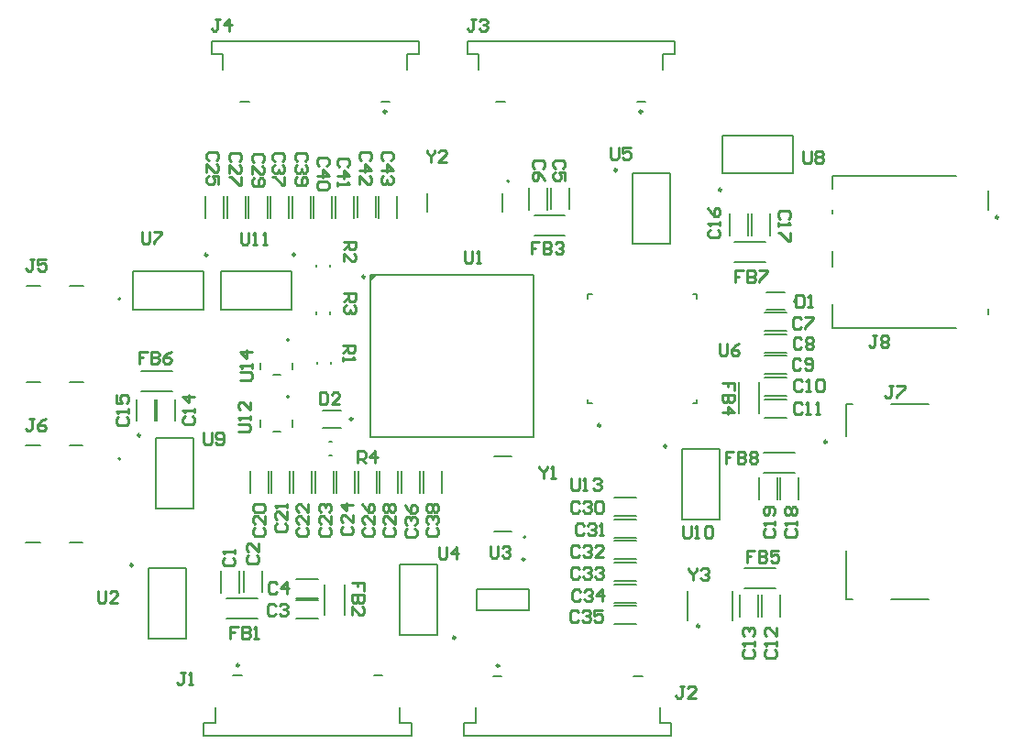
<source format=gbr>
%TF.GenerationSoftware,Altium Limited,Altium Designer,23.4.1 (23)*%
G04 Layer_Color=65535*
%FSLAX45Y45*%
%MOMM*%
%TF.SameCoordinates,C80D94D6-ACD9-4930-820E-424AA932BAC3*%
%TF.FilePolarity,Positive*%
%TF.FileFunction,Legend,Top*%
%TF.Part,Single*%
G01*
G75*
%TA.AperFunction,NonConductor*%
%ADD58C,0.25400*%
%ADD59C,0.20000*%
%ADD60C,0.25000*%
%ADD61C,0.10000*%
%ADD62C,0.12700*%
G36*
X12091612Y8890000D02*
X12040000Y8838388D01*
Y8890000D01*
X12091612D01*
D02*
G37*
D58*
X14978380Y6183104D02*
Y6164777D01*
X15015034Y6128122D01*
X15051691Y6164777D01*
Y6183104D01*
X15015034Y6128122D02*
Y6073140D01*
X15088344Y6164777D02*
X15106673Y6183104D01*
X15143327D01*
X15161655Y6164777D01*
Y6146450D01*
X15143327Y6128122D01*
X15124998D01*
X15143327D01*
X15161655Y6109795D01*
Y6091467D01*
X15143327Y6073140D01*
X15106673D01*
X15088344Y6091467D01*
X12557760Y10043904D02*
Y10025577D01*
X12594415Y9988922D01*
X12631070Y10025577D01*
Y10043904D01*
X12594415Y9988922D02*
Y9933940D01*
X12741034D02*
X12667724D01*
X12741034Y10007250D01*
Y10025577D01*
X12722707Y10043904D01*
X12686052D01*
X12667724Y10025577D01*
X13596690Y7124982D02*
Y7106655D01*
X13633345Y7070000D01*
X13670000Y7106655D01*
Y7124982D01*
X13633345Y7070000D02*
Y7015018D01*
X13706654D02*
X13743311D01*
X13724982D01*
Y7124982D01*
X13706654Y7106655D01*
X10835018Y7922544D02*
X10926655D01*
X10944982Y7940872D01*
Y7977527D01*
X10926655Y7995854D01*
X10835018D01*
X10944982Y8032509D02*
Y8069163D01*
Y8050836D01*
X10835018D01*
X10853345Y8032509D01*
X10944982Y8179128D02*
X10835018D01*
X10890000Y8124146D01*
Y8197456D01*
X13892545Y7014982D02*
Y6923345D01*
X13910872Y6905018D01*
X13947527D01*
X13965854Y6923345D01*
Y7014982D01*
X14002509Y6905018D02*
X14039163D01*
X14020836D01*
Y7014982D01*
X14002509Y6996655D01*
X14094147D02*
X14112473Y7014982D01*
X14149129D01*
X14167456Y6996655D01*
Y6978327D01*
X14149129Y6960000D01*
X14130801D01*
X14149129D01*
X14167456Y6941672D01*
Y6923345D01*
X14149129Y6905018D01*
X14112473D01*
X14094147Y6923345D01*
X10820017Y7442544D02*
X10911655D01*
X10929982Y7460872D01*
Y7497527D01*
X10911655Y7515854D01*
X10820017D01*
X10929982Y7552509D02*
Y7589163D01*
Y7570836D01*
X10820017D01*
X10838345Y7552509D01*
X10929982Y7717455D02*
Y7644146D01*
X10856672Y7717455D01*
X10838345D01*
X10820017Y7699128D01*
Y7662473D01*
X10838345Y7644146D01*
X10840872Y9284982D02*
Y9193345D01*
X10859199Y9175018D01*
X10895854D01*
X10914182Y9193345D01*
Y9284982D01*
X10950836Y9175018D02*
X10987491D01*
X10969164D01*
Y9284982D01*
X10950836Y9266655D01*
X11042473Y9175018D02*
X11079128D01*
X11060801D01*
Y9284982D01*
X11042473Y9266655D01*
X14923045Y6573983D02*
Y6482345D01*
X14941373Y6464018D01*
X14978027D01*
X14996355Y6482345D01*
Y6573983D01*
X15033009Y6464018D02*
X15069664D01*
X15051337D01*
Y6573983D01*
X15033009Y6555655D01*
X15124646D02*
X15142973Y6573983D01*
X15179630D01*
X15197955Y6555655D01*
Y6482345D01*
X15179630Y6464018D01*
X15142973D01*
X15124646Y6482345D01*
Y6555655D01*
X10498363Y7434982D02*
Y7343345D01*
X10516690Y7325018D01*
X10553345D01*
X10571673Y7343345D01*
Y7434982D01*
X10608328Y7343345D02*
X10626655Y7325018D01*
X10663310D01*
X10681637Y7343345D01*
Y7416655D01*
X10663310Y7434982D01*
X10626655D01*
X10608328Y7416655D01*
Y7398328D01*
X10626655Y7380000D01*
X10681637D01*
X16033563Y10037682D02*
Y9946045D01*
X16051891Y9927718D01*
X16088545D01*
X16106873Y9946045D01*
Y10037682D01*
X16143527Y10019355D02*
X16161855Y10037682D01*
X16198511D01*
X16216837Y10019355D01*
Y10001028D01*
X16198511Y9982700D01*
X16216837Y9964373D01*
Y9946045D01*
X16198511Y9927718D01*
X16161855D01*
X16143527Y9946045D01*
Y9964373D01*
X16161855Y9982700D01*
X16143527Y10001028D01*
Y10019355D01*
X16161855Y9982700D02*
X16198511D01*
X9925863Y9292482D02*
Y9200845D01*
X9944190Y9182518D01*
X9980845D01*
X9999173Y9200845D01*
Y9292482D01*
X10035827D02*
X10109137D01*
Y9274155D01*
X10035827Y9200845D01*
Y9182518D01*
X15260863Y8257482D02*
Y8165845D01*
X15279190Y8147518D01*
X15315845D01*
X15334174Y8165845D01*
Y8257482D01*
X15444138D02*
X15407481Y8239155D01*
X15370827Y8202500D01*
Y8165845D01*
X15389156Y8147518D01*
X15425810D01*
X15444138Y8165845D01*
Y8184173D01*
X15425810Y8202500D01*
X15370827D01*
X14254480Y10071844D02*
Y9980207D01*
X14272807Y9961880D01*
X14309462D01*
X14327789Y9980207D01*
Y10071844D01*
X14437753D02*
X14364444D01*
Y10016862D01*
X14401099Y10035190D01*
X14419427D01*
X14437753Y10016862D01*
Y9980207D01*
X14419427Y9961880D01*
X14382771D01*
X14364444Y9980207D01*
X12668363Y6374982D02*
Y6283345D01*
X12686690Y6265018D01*
X12723345D01*
X12741673Y6283345D01*
Y6374982D01*
X12833310Y6265018D02*
Y6374982D01*
X12778328Y6320000D01*
X12851637D01*
X13142963Y6389482D02*
Y6297845D01*
X13161290Y6279518D01*
X13197945D01*
X13216273Y6297845D01*
Y6389482D01*
X13252928Y6371155D02*
X13271255Y6389482D01*
X13307910D01*
X13326237Y6371155D01*
Y6352828D01*
X13307910Y6334500D01*
X13289581D01*
X13307910D01*
X13326237Y6316173D01*
Y6297845D01*
X13307910Y6279518D01*
X13271255D01*
X13252928Y6297845D01*
X9518363Y5972482D02*
Y5880845D01*
X9536690Y5862518D01*
X9573345D01*
X9591673Y5880845D01*
Y5972482D01*
X9701637Y5862518D02*
X9628327D01*
X9701637Y5935828D01*
Y5954155D01*
X9683310Y5972482D01*
X9646655D01*
X9628327Y5954155D01*
X12906689Y9114983D02*
Y9023345D01*
X12925018Y9005018D01*
X12961673D01*
X12980000Y9023345D01*
Y9114983D01*
X13016655Y9005018D02*
X13053310D01*
X13034982D01*
Y9114983D01*
X13016655Y9096655D01*
X11918363Y7155018D02*
Y7264982D01*
X11973345D01*
X11991673Y7246655D01*
Y7210000D01*
X11973345Y7191673D01*
X11918363D01*
X11955018D02*
X11991673Y7155018D01*
X12083310D02*
Y7264982D01*
X12028327Y7210000D01*
X12101637D01*
X11795018Y8721637D02*
X11904982D01*
Y8666654D01*
X11886655Y8648327D01*
X11850000D01*
X11831673Y8666654D01*
Y8721637D01*
Y8684982D02*
X11795018Y8648327D01*
X11886655Y8611672D02*
X11904982Y8593345D01*
Y8556690D01*
X11886655Y8538362D01*
X11868328D01*
X11850000Y8556690D01*
Y8575017D01*
Y8556690D01*
X11831673Y8538362D01*
X11813345D01*
X11795018Y8556690D01*
Y8593345D01*
X11813345Y8611672D01*
X11795018Y9201637D02*
X11904982D01*
Y9146655D01*
X11886655Y9128328D01*
X11850000D01*
X11831672Y9146655D01*
Y9201637D01*
Y9164983D02*
X11795018Y9128328D01*
Y9018363D02*
Y9091673D01*
X11868327Y9018363D01*
X11886655D01*
X11904982Y9036691D01*
Y9073346D01*
X11886655Y9091673D01*
X11785018Y8243310D02*
X11894982D01*
Y8188327D01*
X11876655Y8170000D01*
X11840000D01*
X11821672Y8188327D01*
Y8243310D01*
Y8206655D02*
X11785018Y8170000D01*
Y8133345D02*
Y8096690D01*
Y8115018D01*
X11894982D01*
X11876655Y8133345D01*
X16714172Y8332482D02*
X16677518D01*
X16695845D01*
Y8240845D01*
X16677518Y8222518D01*
X16659190D01*
X16640863Y8240845D01*
X16750829Y8314155D02*
X16769154Y8332482D01*
X16805811D01*
X16824136Y8314155D01*
Y8295828D01*
X16805811Y8277500D01*
X16824136Y8259173D01*
Y8240845D01*
X16805811Y8222518D01*
X16769154D01*
X16750829Y8240845D01*
Y8259173D01*
X16769154Y8277500D01*
X16750829Y8295828D01*
Y8314155D01*
X16769154Y8277500D02*
X16805811D01*
X16861673Y7864982D02*
X16825018D01*
X16843346D01*
Y7773345D01*
X16825018Y7755018D01*
X16806689D01*
X16788364Y7773345D01*
X16898328Y7864982D02*
X16971637D01*
Y7846655D01*
X16898328Y7773345D01*
Y7755018D01*
X8927750Y7562324D02*
X8891095D01*
X8909422D01*
Y7470687D01*
X8891095Y7452360D01*
X8872767D01*
X8854440Y7470687D01*
X9037714Y7562324D02*
X9001059Y7543997D01*
X8964404Y7507342D01*
Y7470687D01*
X8982732Y7452360D01*
X9019387D01*
X9037714Y7470687D01*
Y7489015D01*
X9019387Y7507342D01*
X8964404D01*
X8930290Y9040604D02*
X8893635D01*
X8911962D01*
Y8948967D01*
X8893635Y8930640D01*
X8875307D01*
X8856980Y8948967D01*
X9040254Y9040604D02*
X8966944D01*
Y8985622D01*
X9003599Y9003950D01*
X9021927D01*
X9040254Y8985622D01*
Y8948967D01*
X9021927Y8930640D01*
X8985272D01*
X8966944Y8948967D01*
X10644790Y11258024D02*
X10608135D01*
X10626462D01*
Y11166387D01*
X10608135Y11148060D01*
X10589807D01*
X10571480Y11166387D01*
X10736427Y11148060D02*
Y11258024D01*
X10681444Y11203042D01*
X10754754D01*
X13006990Y11258024D02*
X12970335D01*
X12988663D01*
Y11166387D01*
X12970335Y11148060D01*
X12952007D01*
X12933681Y11166387D01*
X13043645Y11239697D02*
X13061972Y11258024D01*
X13098627D01*
X13116954Y11239697D01*
Y11221370D01*
X13098627Y11203042D01*
X13080299D01*
X13098627D01*
X13116954Y11184715D01*
Y11166387D01*
X13098627Y11148060D01*
X13061972D01*
X13043645Y11166387D01*
X14931673Y5094982D02*
X14895016D01*
X14913345D01*
Y5003345D01*
X14895016Y4985018D01*
X14876691D01*
X14858363Y5003345D01*
X15041637Y4985018D02*
X14968327D01*
X15041637Y5058328D01*
Y5076655D01*
X15023309Y5094982D01*
X14986655D01*
X14968327Y5076655D01*
X10324800Y5217783D02*
X10288145D01*
X10306473D01*
Y5126145D01*
X10288145Y5107818D01*
X10269818D01*
X10251491Y5126145D01*
X10361455Y5107818D02*
X10398110D01*
X10379782D01*
Y5217783D01*
X10361455Y5199455D01*
X15391692Y7262482D02*
X15318381D01*
Y7207500D01*
X15355035D01*
X15318381D01*
Y7152518D01*
X15428345Y7262482D02*
Y7152518D01*
X15483328D01*
X15501656Y7170845D01*
Y7189173D01*
X15483328Y7207500D01*
X15428345D01*
X15483328D01*
X15501656Y7225828D01*
Y7244155D01*
X15483328Y7262482D01*
X15428345D01*
X15538310Y7244155D02*
X15556638Y7262482D01*
X15593292D01*
X15611620Y7244155D01*
Y7225828D01*
X15593292Y7207500D01*
X15611620Y7189173D01*
Y7170845D01*
X15593292Y7152518D01*
X15556638D01*
X15538310Y7170845D01*
Y7189173D01*
X15556638Y7207500D01*
X15538310Y7225828D01*
Y7244155D01*
X15556638Y7207500D02*
X15593292D01*
X15480389Y8932782D02*
X15407082D01*
Y8877800D01*
X15443735D01*
X15407082D01*
Y8822818D01*
X15517046Y8932782D02*
Y8822818D01*
X15572028D01*
X15590355Y8841145D01*
Y8859473D01*
X15572028Y8877800D01*
X15517046D01*
X15572028D01*
X15590355Y8896128D01*
Y8914455D01*
X15572028Y8932782D01*
X15517046D01*
X15627010D02*
X15700319D01*
Y8914455D01*
X15627010Y8841145D01*
Y8822818D01*
X9976690Y8184982D02*
X9903381D01*
Y8130000D01*
X9940035D01*
X9903381D01*
Y8075018D01*
X10013345Y8184982D02*
Y8075018D01*
X10068328D01*
X10086655Y8093345D01*
Y8111673D01*
X10068328Y8130000D01*
X10013345D01*
X10068328D01*
X10086655Y8148328D01*
Y8166655D01*
X10068328Y8184982D01*
X10013345D01*
X10196619D02*
X10159964Y8166655D01*
X10123310Y8130000D01*
Y8093345D01*
X10141637Y8075018D01*
X10178292D01*
X10196619Y8093345D01*
Y8111673D01*
X10178292Y8130000D01*
X10123310D01*
X15586690Y6344982D02*
X15513380D01*
Y6290000D01*
X15550035D01*
X15513380D01*
Y6235018D01*
X15623344Y6344982D02*
Y6235018D01*
X15678328D01*
X15696655Y6253345D01*
Y6271673D01*
X15678328Y6290000D01*
X15623344D01*
X15678328D01*
X15696655Y6308328D01*
Y6326655D01*
X15678328Y6344982D01*
X15623344D01*
X15806619D02*
X15733310D01*
Y6290000D01*
X15769965Y6308328D01*
X15788292D01*
X15806619Y6290000D01*
Y6253345D01*
X15788292Y6235018D01*
X15751637D01*
X15733310Y6253345D01*
X15394981Y7823309D02*
Y7896619D01*
X15339999D01*
Y7859964D01*
Y7896619D01*
X15285017D01*
X15394981Y7786654D02*
X15285017D01*
Y7731672D01*
X15303345Y7713345D01*
X15321674D01*
X15339999Y7731672D01*
Y7786654D01*
Y7731672D01*
X15358328Y7713345D01*
X15376656D01*
X15394981Y7731672D01*
Y7786654D01*
X15285017Y7621708D02*
X15394981D01*
X15339999Y7676690D01*
Y7603380D01*
X13599081Y9194982D02*
X13525774D01*
Y9140000D01*
X13562427D01*
X13525774D01*
Y9085018D01*
X13635738Y9194982D02*
Y9085018D01*
X13690720D01*
X13709047Y9103345D01*
Y9121673D01*
X13690720Y9140000D01*
X13635738D01*
X13690720D01*
X13709047Y9158328D01*
Y9176655D01*
X13690720Y9194982D01*
X13635738D01*
X13745702Y9176655D02*
X13764029Y9194982D01*
X13800684D01*
X13819011Y9176655D01*
Y9158328D01*
X13800684Y9140000D01*
X13782356D01*
X13800684D01*
X13819011Y9121673D01*
Y9103345D01*
X13800684Y9085018D01*
X13764029D01*
X13745702Y9103345D01*
X11974983Y5973309D02*
Y6046619D01*
X11920001D01*
Y6009964D01*
Y6046619D01*
X11865018D01*
X11974983Y5936655D02*
X11865018D01*
Y5881672D01*
X11883346Y5863345D01*
X11901673D01*
X11920001Y5881672D01*
Y5936655D01*
Y5881672D01*
X11938328Y5863345D01*
X11956655D01*
X11974983Y5881672D01*
Y5936655D01*
X11865018Y5753380D02*
Y5826690D01*
X11938328Y5753380D01*
X11956655D01*
X11974983Y5771708D01*
Y5808363D01*
X11956655Y5826690D01*
X10817410Y5644982D02*
X10744100D01*
Y5590000D01*
X10780755D01*
X10744100D01*
Y5535018D01*
X10854064Y5644982D02*
Y5535018D01*
X10909047D01*
X10927374Y5553345D01*
Y5571672D01*
X10909047Y5590000D01*
X10854064D01*
X10909047D01*
X10927374Y5608327D01*
Y5626655D01*
X10909047Y5644982D01*
X10854064D01*
X10964029Y5535018D02*
X11000684D01*
X10982356D01*
Y5644982D01*
X10964029Y5626655D01*
X11568363Y7804982D02*
Y7695018D01*
X11623345D01*
X11641673Y7713345D01*
Y7786655D01*
X11623345Y7804982D01*
X11568363D01*
X11751637Y7695018D02*
X11678327D01*
X11751637Y7768328D01*
Y7786655D01*
X11733310Y7804982D01*
X11696655D01*
X11678327Y7786655D01*
X15969189Y8704982D02*
Y8595018D01*
X16024173D01*
X16042500Y8613345D01*
Y8686655D01*
X16024173Y8704982D01*
X15969189D01*
X16079155Y8595018D02*
X16115810D01*
X16097482D01*
Y8704982D01*
X16079155Y8686655D01*
X12226655Y9953310D02*
X12244982Y9971637D01*
Y10008292D01*
X12226655Y10026619D01*
X12153345D01*
X12135018Y10008292D01*
Y9971637D01*
X12153345Y9953310D01*
X12135018Y9861672D02*
X12244982D01*
X12190000Y9916655D01*
Y9843345D01*
X12226655Y9806690D02*
X12244982Y9788363D01*
Y9751708D01*
X12226655Y9733381D01*
X12208328D01*
X12190000Y9751708D01*
Y9770036D01*
Y9751708D01*
X12171673Y9733381D01*
X12153345D01*
X12135018Y9751708D01*
Y9788363D01*
X12153345Y9806690D01*
X12026655Y9953310D02*
X12044983Y9971637D01*
Y10008292D01*
X12026655Y10026619D01*
X11953345D01*
X11935018Y10008292D01*
Y9971637D01*
X11953345Y9953310D01*
X11935018Y9861672D02*
X12044983D01*
X11990000Y9916655D01*
Y9843345D01*
X11935018Y9733381D02*
Y9806690D01*
X12008328Y9733381D01*
X12026655D01*
X12044983Y9751708D01*
Y9788363D01*
X12026655Y9806690D01*
X11826655Y9894981D02*
X11844982Y9913309D01*
Y9949964D01*
X11826655Y9968291D01*
X11753345D01*
X11735018Y9949964D01*
Y9913309D01*
X11753345Y9894981D01*
X11735018Y9803344D02*
X11844982D01*
X11790000Y9858327D01*
Y9785017D01*
X11735018Y9748362D02*
Y9711708D01*
Y9730035D01*
X11844982D01*
X11826655Y9748362D01*
X11634155Y9900810D02*
X11652482Y9919137D01*
Y9955792D01*
X11634155Y9974119D01*
X11560845D01*
X11542518Y9955792D01*
Y9919137D01*
X11560845Y9900810D01*
X11542518Y9809173D02*
X11652482D01*
X11597500Y9864155D01*
Y9790845D01*
X11634155Y9754191D02*
X11652482Y9735863D01*
Y9699208D01*
X11634155Y9680881D01*
X11560845D01*
X11542518Y9699208D01*
Y9735863D01*
X11560845Y9754191D01*
X11634155D01*
X11436655Y9946009D02*
X11454982Y9964336D01*
Y10000991D01*
X11436655Y10019319D01*
X11363345D01*
X11345018Y10000991D01*
Y9964336D01*
X11363345Y9946009D01*
X11436655Y9909354D02*
X11454982Y9891027D01*
Y9854372D01*
X11436655Y9836045D01*
X11418328D01*
X11400000Y9854372D01*
Y9872700D01*
Y9854372D01*
X11381673Y9836045D01*
X11363345D01*
X11345018Y9854372D01*
Y9891027D01*
X11363345Y9909354D01*
Y9799390D02*
X11345018Y9781062D01*
Y9744407D01*
X11363345Y9726080D01*
X11436655D01*
X11454982Y9744407D01*
Y9781062D01*
X11436655Y9799390D01*
X11418328D01*
X11400000Y9781062D01*
Y9726080D01*
X12573345Y6556690D02*
X12555018Y6538363D01*
Y6501708D01*
X12573345Y6483381D01*
X12646655D01*
X12664982Y6501708D01*
Y6538363D01*
X12646655Y6556690D01*
X12573345Y6593345D02*
X12555018Y6611673D01*
Y6648328D01*
X12573345Y6666655D01*
X12591672D01*
X12610000Y6648328D01*
Y6630000D01*
Y6648328D01*
X12628327Y6666655D01*
X12646655D01*
X12664982Y6648328D01*
Y6611673D01*
X12646655Y6593345D01*
X12573345Y6703310D02*
X12555018Y6721637D01*
Y6758292D01*
X12573345Y6776619D01*
X12591672D01*
X12610000Y6758292D01*
X12628327Y6776619D01*
X12646655D01*
X12664982Y6758292D01*
Y6721637D01*
X12646655Y6703310D01*
X12628327D01*
X12610000Y6721637D01*
X12591672Y6703310D01*
X12573345D01*
X12610000Y6721637D02*
Y6758292D01*
X11226655Y9943310D02*
X11244982Y9961637D01*
Y9998292D01*
X11226655Y10016619D01*
X11153345D01*
X11135018Y9998292D01*
Y9961637D01*
X11153345Y9943310D01*
X11226655Y9906655D02*
X11244982Y9888327D01*
Y9851672D01*
X11226655Y9833345D01*
X11208328D01*
X11190000Y9851672D01*
Y9870000D01*
Y9851672D01*
X11171673Y9833345D01*
X11153345D01*
X11135018Y9851672D01*
Y9888327D01*
X11153345Y9906655D01*
X11244982Y9796690D02*
Y9723381D01*
X11226655D01*
X11153345Y9796690D01*
X11135018D01*
X12373345Y6546691D02*
X12355018Y6528364D01*
Y6491709D01*
X12373345Y6473381D01*
X12446655D01*
X12464982Y6491709D01*
Y6528364D01*
X12446655Y6546691D01*
X12373345Y6583346D02*
X12355018Y6601673D01*
Y6638328D01*
X12373345Y6656655D01*
X12391673D01*
X12410000Y6638328D01*
Y6620000D01*
Y6638328D01*
X12428328Y6656655D01*
X12446655D01*
X12464982Y6638328D01*
Y6601673D01*
X12446655Y6583346D01*
X12355018Y6766620D02*
X12373345Y6729965D01*
X12410000Y6693310D01*
X12446655D01*
X12464982Y6711638D01*
Y6748293D01*
X12446655Y6766620D01*
X12428328D01*
X12410000Y6748293D01*
Y6693310D01*
X13956689Y5776655D02*
X13938364Y5794982D01*
X13901707D01*
X13883382Y5776655D01*
Y5703345D01*
X13901707Y5685018D01*
X13938364D01*
X13956689Y5703345D01*
X13993346Y5776655D02*
X14011673Y5794982D01*
X14048328D01*
X14066655Y5776655D01*
Y5758328D01*
X14048328Y5740000D01*
X14030000D01*
X14048328D01*
X14066655Y5721673D01*
Y5703345D01*
X14048328Y5685018D01*
X14011673D01*
X13993346Y5703345D01*
X14176619Y5794982D02*
X14103310D01*
Y5740000D01*
X14139964Y5758328D01*
X14158292D01*
X14176619Y5740000D01*
Y5703345D01*
X14158292Y5685018D01*
X14121637D01*
X14103310Y5703345D01*
X13976691Y5966655D02*
X13958363Y5984982D01*
X13921709D01*
X13903381Y5966655D01*
Y5893345D01*
X13921709Y5875018D01*
X13958363D01*
X13976691Y5893345D01*
X14013345Y5966655D02*
X14031673Y5984982D01*
X14068327D01*
X14086655Y5966655D01*
Y5948328D01*
X14068327Y5930000D01*
X14050000D01*
X14068327D01*
X14086655Y5911673D01*
Y5893345D01*
X14068327Y5875018D01*
X14031673D01*
X14013345Y5893345D01*
X14178291Y5875018D02*
Y5984982D01*
X14123309Y5930000D01*
X14196619D01*
X13966690Y6176655D02*
X13948363Y6194982D01*
X13911708D01*
X13893381Y6176655D01*
Y6103345D01*
X13911708Y6085018D01*
X13948363D01*
X13966690Y6103345D01*
X14003345Y6176655D02*
X14021672Y6194982D01*
X14058327D01*
X14076656Y6176655D01*
Y6158328D01*
X14058327Y6140000D01*
X14039999D01*
X14058327D01*
X14076656Y6121673D01*
Y6103345D01*
X14058327Y6085018D01*
X14021672D01*
X14003345Y6103345D01*
X14113310Y6176655D02*
X14131638Y6194982D01*
X14168292D01*
X14186620Y6176655D01*
Y6158328D01*
X14168292Y6140000D01*
X14149963D01*
X14168292D01*
X14186620Y6121673D01*
Y6103345D01*
X14168292Y6085018D01*
X14131638D01*
X14113310Y6103345D01*
X13966690Y6376655D02*
X13948363Y6394982D01*
X13911708D01*
X13893381Y6376655D01*
Y6303345D01*
X13911708Y6285018D01*
X13948363D01*
X13966690Y6303345D01*
X14003345Y6376655D02*
X14021672Y6394982D01*
X14058327D01*
X14076656Y6376655D01*
Y6358328D01*
X14058327Y6340000D01*
X14039999D01*
X14058327D01*
X14076656Y6321673D01*
Y6303345D01*
X14058327Y6285018D01*
X14021672D01*
X14003345Y6303345D01*
X14186620Y6285018D02*
X14113310D01*
X14186620Y6358328D01*
Y6376655D01*
X14168292Y6394982D01*
X14131638D01*
X14113310Y6376655D01*
X14007716Y6576655D02*
X13989391Y6594982D01*
X13952734D01*
X13934407Y6576655D01*
Y6503345D01*
X13952734Y6485018D01*
X13989391D01*
X14007716Y6503345D01*
X14044373Y6576655D02*
X14062698Y6594982D01*
X14099355D01*
X14117680Y6576655D01*
Y6558327D01*
X14099355Y6540000D01*
X14081026D01*
X14099355D01*
X14117680Y6521673D01*
Y6503345D01*
X14099355Y6485018D01*
X14062698D01*
X14044373Y6503345D01*
X14154337Y6485018D02*
X14190991D01*
X14172664D01*
Y6594982D01*
X14154337Y6576655D01*
X13966690Y6786655D02*
X13948363Y6804982D01*
X13911708D01*
X13893381Y6786655D01*
Y6713345D01*
X13911708Y6695018D01*
X13948363D01*
X13966690Y6713345D01*
X14003345Y6786655D02*
X14021672Y6804982D01*
X14058327D01*
X14076656Y6786655D01*
Y6768328D01*
X14058327Y6750000D01*
X14039999D01*
X14058327D01*
X14076656Y6731673D01*
Y6713345D01*
X14058327Y6695018D01*
X14021672D01*
X14003345Y6713345D01*
X14113310Y6786655D02*
X14131638Y6804982D01*
X14168292D01*
X14186620Y6786655D01*
Y6713345D01*
X14168292Y6695018D01*
X14131638D01*
X14113310Y6713345D01*
Y6786655D01*
X11036655Y9933309D02*
X11054983Y9951636D01*
Y9988291D01*
X11036655Y10006619D01*
X10963346D01*
X10945018Y9988291D01*
Y9951636D01*
X10963346Y9933309D01*
X10945018Y9823345D02*
Y9896654D01*
X11018328Y9823345D01*
X11036655D01*
X11054983Y9841672D01*
Y9878327D01*
X11036655Y9896654D01*
X10963346Y9786690D02*
X10945018Y9768362D01*
Y9731707D01*
X10963346Y9713380D01*
X11036655D01*
X11054983Y9731707D01*
Y9768362D01*
X11036655Y9786690D01*
X11018328D01*
X11000001Y9768362D01*
Y9713380D01*
X12173345Y6556690D02*
X12155018Y6538363D01*
Y6501708D01*
X12173345Y6483381D01*
X12246655D01*
X12264982Y6501708D01*
Y6538363D01*
X12246655Y6556690D01*
X12264982Y6666655D02*
Y6593345D01*
X12191672Y6666655D01*
X12173345D01*
X12155018Y6648328D01*
Y6611673D01*
X12173345Y6593345D01*
Y6703310D02*
X12155018Y6721637D01*
Y6758292D01*
X12173345Y6776619D01*
X12191672D01*
X12210000Y6758292D01*
X12228327Y6776619D01*
X12246655D01*
X12264982Y6758292D01*
Y6721637D01*
X12246655Y6703310D01*
X12228327D01*
X12210000Y6721637D01*
X12191672Y6703310D01*
X12173345D01*
X12210000Y6721637D02*
Y6758292D01*
X10826655Y9943310D02*
X10844982Y9961637D01*
Y9998292D01*
X10826655Y10016619D01*
X10753345D01*
X10735018Y9998292D01*
Y9961637D01*
X10753345Y9943310D01*
X10735018Y9833345D02*
Y9906655D01*
X10808328Y9833345D01*
X10826655D01*
X10844982Y9851672D01*
Y9888327D01*
X10826655Y9906655D01*
X10844982Y9796690D02*
Y9723381D01*
X10826655D01*
X10753345Y9796690D01*
X10735018D01*
X11983345Y6556691D02*
X11965018Y6538364D01*
Y6501709D01*
X11983345Y6483381D01*
X12056655D01*
X12074982Y6501709D01*
Y6538364D01*
X12056655Y6556691D01*
X12074982Y6666655D02*
Y6593346D01*
X12001673Y6666655D01*
X11983345D01*
X11965018Y6648328D01*
Y6611673D01*
X11983345Y6593346D01*
X11965018Y6776620D02*
X11983345Y6739965D01*
X12020000Y6703310D01*
X12056655D01*
X12074982Y6721638D01*
Y6758293D01*
X12056655Y6776620D01*
X12038328D01*
X12020000Y6758293D01*
Y6703310D01*
X10616655Y9953310D02*
X10634983Y9971637D01*
Y10008292D01*
X10616655Y10026619D01*
X10543345D01*
X10525018Y10008292D01*
Y9971637D01*
X10543345Y9953310D01*
X10525018Y9843345D02*
Y9916655D01*
X10598328Y9843345D01*
X10616655D01*
X10634983Y9861672D01*
Y9898327D01*
X10616655Y9916655D01*
X10634983Y9733381D02*
Y9806690D01*
X10580000D01*
X10598328Y9770036D01*
Y9751708D01*
X10580000Y9733381D01*
X10543345D01*
X10525018Y9751708D01*
Y9788363D01*
X10543345Y9806690D01*
X11783345Y6566691D02*
X11765018Y6548364D01*
Y6511709D01*
X11783345Y6493381D01*
X11856655D01*
X11874983Y6511709D01*
Y6548364D01*
X11856655Y6566691D01*
X11874983Y6676655D02*
Y6603346D01*
X11801673Y6676655D01*
X11783345D01*
X11765018Y6658328D01*
Y6621673D01*
X11783345Y6603346D01*
X11874983Y6768293D02*
X11765018D01*
X11820000Y6713310D01*
Y6786620D01*
X11583345Y6556690D02*
X11565018Y6538363D01*
Y6501708D01*
X11583345Y6483381D01*
X11656655D01*
X11674982Y6501708D01*
Y6538363D01*
X11656655Y6556690D01*
X11674982Y6666655D02*
Y6593345D01*
X11601672Y6666655D01*
X11583345D01*
X11565018Y6648328D01*
Y6611673D01*
X11583345Y6593345D01*
Y6703310D02*
X11565018Y6721637D01*
Y6758292D01*
X11583345Y6776619D01*
X11601672D01*
X11620000Y6758292D01*
Y6739964D01*
Y6758292D01*
X11638327Y6776619D01*
X11656655D01*
X11674982Y6758292D01*
Y6721637D01*
X11656655Y6703310D01*
X11373345Y6556690D02*
X11355018Y6538363D01*
Y6501708D01*
X11373345Y6483381D01*
X11446655D01*
X11464982Y6501708D01*
Y6538363D01*
X11446655Y6556690D01*
X11464982Y6666655D02*
Y6593345D01*
X11391672Y6666655D01*
X11373345D01*
X11355018Y6648328D01*
Y6611673D01*
X11373345Y6593345D01*
X11464982Y6776619D02*
Y6703310D01*
X11391672Y6776619D01*
X11373345D01*
X11355018Y6758292D01*
Y6721637D01*
X11373345Y6703310D01*
X11173345Y6595018D02*
X11155017Y6576691D01*
Y6540036D01*
X11173345Y6521708D01*
X11246654D01*
X11264982Y6540036D01*
Y6576691D01*
X11246654Y6595018D01*
X11264982Y6704983D02*
Y6631673D01*
X11191672Y6704983D01*
X11173345D01*
X11155017Y6686655D01*
Y6650000D01*
X11173345Y6631673D01*
X11264982Y6741637D02*
Y6778292D01*
Y6759965D01*
X11155017D01*
X11173345Y6741637D01*
X10973345Y6556690D02*
X10955017Y6538363D01*
Y6501708D01*
X10973345Y6483381D01*
X11046655D01*
X11064982Y6501708D01*
Y6538363D01*
X11046655Y6556690D01*
X11064982Y6666655D02*
Y6593345D01*
X10991672Y6666655D01*
X10973345D01*
X10955017Y6648328D01*
Y6611673D01*
X10973345Y6593345D01*
Y6703310D02*
X10955017Y6721637D01*
Y6758292D01*
X10973345Y6776619D01*
X11046655D01*
X11064982Y6758292D01*
Y6721637D01*
X11046655Y6703310D01*
X10973345D01*
X15683345Y6545854D02*
X15665018Y6527527D01*
Y6490872D01*
X15683345Y6472545D01*
X15756654D01*
X15774982Y6490872D01*
Y6527527D01*
X15756654Y6545854D01*
X15774982Y6582509D02*
Y6619164D01*
Y6600836D01*
X15665018D01*
X15683345Y6582509D01*
X15756654Y6674146D02*
X15774982Y6692474D01*
Y6729129D01*
X15756654Y6747456D01*
X15683345D01*
X15665018Y6729129D01*
Y6692474D01*
X15683345Y6674146D01*
X15701672D01*
X15720000Y6692474D01*
Y6747456D01*
X15883345Y6545854D02*
X15865018Y6527527D01*
Y6490872D01*
X15883345Y6472545D01*
X15956654D01*
X15974982Y6490872D01*
Y6527527D01*
X15956654Y6545854D01*
X15974982Y6582509D02*
Y6619164D01*
Y6600836D01*
X15865018D01*
X15883345Y6582509D01*
Y6674146D02*
X15865018Y6692474D01*
Y6729129D01*
X15883345Y6747456D01*
X15901672D01*
X15920000Y6729129D01*
X15938327Y6747456D01*
X15956654D01*
X15974982Y6729129D01*
Y6692474D01*
X15956654Y6674146D01*
X15938327D01*
X15920000Y6692474D01*
X15901672Y6674146D01*
X15883345D01*
X15920000Y6692474D02*
Y6729129D01*
X15895155Y9411846D02*
X15913483Y9430173D01*
Y9466828D01*
X15895155Y9485156D01*
X15821844D01*
X15803519Y9466828D01*
Y9430173D01*
X15821844Y9411846D01*
X15803519Y9375191D02*
Y9338537D01*
Y9356864D01*
X15913483D01*
X15895155Y9375191D01*
X15913483Y9283554D02*
Y9210244D01*
X15895155D01*
X15821844Y9283554D01*
X15803519D01*
X15174146Y9309755D02*
X15155818Y9291427D01*
Y9254772D01*
X15174146Y9236445D01*
X15247455D01*
X15265782Y9254772D01*
Y9291427D01*
X15247455Y9309755D01*
X15265782Y9346410D02*
Y9383064D01*
Y9364737D01*
X15155818D01*
X15174146Y9346410D01*
X15155818Y9511356D02*
X15174146Y9474701D01*
X15210800Y9438047D01*
X15247455D01*
X15265782Y9456374D01*
Y9493029D01*
X15247455Y9511356D01*
X15229128D01*
X15210800Y9493029D01*
Y9438047D01*
X9709444Y7579655D02*
X9691117Y7561327D01*
Y7524672D01*
X9709444Y7506345D01*
X9782754D01*
X9801081Y7524672D01*
Y7561327D01*
X9782754Y7579655D01*
X9801081Y7616309D02*
Y7652964D01*
Y7634637D01*
X9691117D01*
X9709444Y7616309D01*
X9691117Y7781256D02*
Y7707946D01*
X9746099D01*
X9727772Y7744601D01*
Y7762929D01*
X9746099Y7781256D01*
X9782754D01*
X9801081Y7762929D01*
Y7726274D01*
X9782754Y7707946D01*
X10323345Y7585854D02*
X10305017Y7567527D01*
Y7530872D01*
X10323345Y7512545D01*
X10396654D01*
X10414982Y7530872D01*
Y7567527D01*
X10396654Y7585854D01*
X10414982Y7622509D02*
Y7659164D01*
Y7640836D01*
X10305017D01*
X10323345Y7622509D01*
X10414982Y7769128D02*
X10305017D01*
X10359999Y7714146D01*
Y7787456D01*
X15494846Y5430655D02*
X15476517Y5412327D01*
Y5375672D01*
X15494846Y5357345D01*
X15568155D01*
X15586482Y5375672D01*
Y5412327D01*
X15568155Y5430655D01*
X15586482Y5467309D02*
Y5503964D01*
Y5485637D01*
X15476517D01*
X15494846Y5467309D01*
Y5558946D02*
X15476517Y5577274D01*
Y5613929D01*
X15494846Y5632256D01*
X15513171D01*
X15531500Y5613929D01*
Y5595601D01*
Y5613929D01*
X15549828Y5632256D01*
X15568155D01*
X15586482Y5613929D01*
Y5577274D01*
X15568155Y5558946D01*
X15698045Y5430655D02*
X15679716Y5412327D01*
Y5375672D01*
X15698045Y5357345D01*
X15771355D01*
X15789682Y5375672D01*
Y5412327D01*
X15771355Y5430655D01*
X15789682Y5467309D02*
Y5503964D01*
Y5485637D01*
X15679716D01*
X15698045Y5467309D01*
X15789682Y5632256D02*
Y5558946D01*
X15716373Y5632256D01*
X15698045D01*
X15679716Y5613929D01*
Y5577274D01*
X15698045Y5558946D01*
X16024182Y7696655D02*
X16005853Y7714982D01*
X15969199D01*
X15950871Y7696655D01*
Y7623345D01*
X15969199Y7605018D01*
X16005853D01*
X16024182Y7623345D01*
X16060835Y7605018D02*
X16097491D01*
X16079164D01*
Y7714982D01*
X16060835Y7696655D01*
X16152473Y7605018D02*
X16189128D01*
X16170801D01*
Y7714982D01*
X16152473Y7696655D01*
X16025854Y7906655D02*
X16007527Y7924982D01*
X15970872D01*
X15952544Y7906655D01*
Y7833345D01*
X15970872Y7815018D01*
X16007527D01*
X16025854Y7833345D01*
X16062509Y7815018D02*
X16099162D01*
X16080836D01*
Y7924982D01*
X16062509Y7906655D01*
X16154146D02*
X16172473Y7924982D01*
X16209128D01*
X16227455Y7906655D01*
Y7833345D01*
X16209128Y7815018D01*
X16172473D01*
X16154146Y7833345D01*
Y7906655D01*
X16011673Y8106655D02*
X15993346Y8124982D01*
X15956689D01*
X15938364Y8106655D01*
Y8033345D01*
X15956689Y8015017D01*
X15993346D01*
X16011673Y8033345D01*
X16048328D02*
X16066655Y8015017D01*
X16103310D01*
X16121637Y8033345D01*
Y8106655D01*
X16103310Y8124982D01*
X16066655D01*
X16048328Y8106655D01*
Y8088327D01*
X16066655Y8070000D01*
X16121637D01*
X16018973Y8296655D02*
X16000645Y8314982D01*
X15963991D01*
X15945663Y8296655D01*
Y8223345D01*
X15963991Y8205018D01*
X16000645D01*
X16018973Y8223345D01*
X16055627Y8296655D02*
X16073955Y8314982D01*
X16110609D01*
X16128938Y8296655D01*
Y8278327D01*
X16110609Y8260000D01*
X16128938Y8241672D01*
Y8223345D01*
X16110609Y8205018D01*
X16073955D01*
X16055627Y8223345D01*
Y8241672D01*
X16073955Y8260000D01*
X16055627Y8278327D01*
Y8296655D01*
X16073955Y8260000D02*
X16110609D01*
X16014372Y8486655D02*
X15996043Y8504982D01*
X15959389D01*
X15941061Y8486655D01*
Y8413345D01*
X15959389Y8395018D01*
X15996043D01*
X16014372Y8413345D01*
X16051027Y8504982D02*
X16124336D01*
Y8486655D01*
X16051027Y8413345D01*
Y8395018D01*
X13626656Y9875628D02*
X13644981Y9893955D01*
Y9930610D01*
X13626656Y9948938D01*
X13553345D01*
X13535017Y9930610D01*
Y9893955D01*
X13553345Y9875628D01*
X13644981Y9765663D02*
X13626656Y9802318D01*
X13589999Y9838973D01*
X13553345D01*
X13535017Y9820646D01*
Y9783991D01*
X13553345Y9765663D01*
X13571672D01*
X13589999Y9783991D01*
Y9838973D01*
X13816655Y9878328D02*
X13834982Y9896655D01*
Y9933310D01*
X13816655Y9951637D01*
X13743346D01*
X13725018Y9933310D01*
Y9896655D01*
X13743346Y9878328D01*
X13834982Y9768363D02*
Y9841673D01*
X13780000D01*
X13798328Y9805018D01*
Y9786691D01*
X13780000Y9768363D01*
X13743346D01*
X13725018Y9786691D01*
Y9823346D01*
X13743346Y9841673D01*
X11171673Y6036655D02*
X11153345Y6054983D01*
X11116690D01*
X11098363Y6036655D01*
Y5963345D01*
X11116690Y5945018D01*
X11153345D01*
X11171673Y5963345D01*
X11263310Y5945018D02*
Y6054983D01*
X11208328Y6000000D01*
X11281637D01*
X11161673Y5836655D02*
X11143346Y5854982D01*
X11106691D01*
X11088363Y5836655D01*
Y5763345D01*
X11106691Y5745018D01*
X11143346D01*
X11161673Y5763345D01*
X11198328Y5836655D02*
X11216655Y5854982D01*
X11253310D01*
X11271637Y5836655D01*
Y5818328D01*
X11253310Y5800000D01*
X11234982D01*
X11253310D01*
X11271637Y5781673D01*
Y5763345D01*
X11253310Y5745018D01*
X11216655D01*
X11198328Y5763345D01*
X10913345Y6301673D02*
X10895017Y6283345D01*
Y6246690D01*
X10913345Y6228363D01*
X10986654D01*
X11004982Y6246690D01*
Y6283345D01*
X10986654Y6301673D01*
X11004982Y6411637D02*
Y6338327D01*
X10931672Y6411637D01*
X10913345D01*
X10895017Y6393310D01*
Y6356655D01*
X10913345Y6338327D01*
X10693345Y6280000D02*
X10675018Y6261673D01*
Y6225018D01*
X10693345Y6206690D01*
X10766655D01*
X10784982Y6225018D01*
Y6261673D01*
X10766655Y6280000D01*
X10784982Y6316655D02*
Y6353310D01*
Y6334982D01*
X10675018D01*
X10693345Y6316655D01*
D59*
X11285000Y8291000D02*
G03*
X11285000Y8291000I-10000J0D01*
G01*
X13320000Y9760000D02*
G03*
X13320000Y9760000I-10000J0D01*
G01*
X9727500Y7192500D02*
G03*
X9727500Y7192500I-10000J0D01*
G01*
X9730000Y8670000D02*
G03*
X9730000Y8670000I-10000J0D01*
G01*
X11285000Y7765500D02*
G03*
X11285000Y7765500I-10000J0D01*
G01*
X13470000Y6470000D02*
G03*
X13470000Y6470000I-10000J0D01*
G01*
X11660000Y7227500D02*
X11680000D01*
X11660000Y7352500D02*
X11680000D01*
X9257500Y6420500D02*
X9382500D01*
X9257500Y7314500D02*
X9382500D01*
X8857500Y6420500D02*
X8985500D01*
X8857500Y7314500D02*
X8985500D01*
X13505000Y5792101D02*
Y5987898D01*
X13014999Y5792101D02*
X13505000D01*
X13014999D02*
Y5987898D01*
X13505000D01*
X11595000Y7480000D02*
X11765000D01*
X11595000Y7640000D02*
X11765000D01*
X16307500Y8405000D02*
X17445000D01*
X17747501Y9497500D02*
Y9667500D01*
Y8532500D02*
Y8582500D01*
X16307500Y9805000D02*
X17445000D01*
X16307500Y9687500D02*
Y9805000D01*
Y9457500D02*
Y9492500D01*
Y8967500D02*
Y9112500D01*
Y8405000D02*
Y8622500D01*
X12115000Y9419393D02*
Y9620607D01*
X12285000Y9419393D02*
Y9620607D01*
X15669481Y7252911D02*
X15955302D01*
X15669481Y7067089D02*
X15955302D01*
X14962500Y5705000D02*
Y5975000D01*
X15377499Y5705000D02*
Y5975000D01*
X11305250Y8574750D02*
Y8925250D01*
X10654750Y8574750D02*
X11305250D01*
X10654750D02*
Y8925250D01*
X11305250D01*
X16430499Y5898000D02*
Y6348500D01*
Y7401500D02*
Y7702000D01*
X16849001D02*
X17197000D01*
X16430499D02*
X16494000D01*
X16849001Y5898000D02*
X17197000D01*
X16430499D02*
X16494000D01*
X14045000Y7705000D02*
X14085001D01*
X15014999D02*
X15055000D01*
Y8675000D02*
Y8715000D01*
Y7705000D02*
Y7745000D01*
X14045000Y8715000D02*
X14085001D01*
X15014999D02*
X15055000D01*
X14045000Y8675000D02*
Y8715000D01*
Y7705000D02*
Y7745000D01*
X12040000Y8838388D02*
X12091612Y8890000D01*
X12040000Y7390000D02*
Y8890000D01*
X13539999Y7390000D02*
Y8890000D01*
X12040000D02*
X13539999D01*
X12040000Y7390000D02*
X13539999D01*
X12377300Y10932100D02*
X12484800D01*
X10569800Y11049600D02*
X12484800D01*
Y10932100D02*
Y11049600D01*
X12377300Y10787100D02*
Y10932100D01*
X12137300Y10494600D02*
X12217300D01*
X10569800Y10932100D02*
X10677299D01*
X10569800D02*
Y11049600D01*
X10677299Y10787100D02*
Y10932100D01*
X10837299Y10494600D02*
X10917299D01*
X10825000Y5956694D02*
Y6157907D01*
X10655000Y5956694D02*
Y6157907D01*
X11035000Y5959393D02*
Y6160606D01*
X10865000Y5959393D02*
Y6160606D01*
X11353294Y5887700D02*
X11554507D01*
X11353294Y5717700D02*
X11554507D01*
X11353294Y6078200D02*
X11554507D01*
X11353294Y5908200D02*
X11554507D01*
X13875000Y9499393D02*
Y9700607D01*
X13705000Y9499393D02*
Y9700607D01*
X13675000Y9496694D02*
Y9697907D01*
X13505000Y9496694D02*
Y9697907D01*
X15679393Y8375000D02*
X15880608D01*
X15679393Y8545000D02*
X15880608D01*
X15679393Y8175000D02*
X15880608D01*
X15679393Y8345000D02*
X15880608D01*
X15679393Y7975000D02*
X15880608D01*
X15679393Y8145000D02*
X15880608D01*
X15679393Y7775000D02*
X15880608D01*
X15679393Y7945000D02*
X15880608D01*
X15679393Y7575000D02*
X15880608D01*
X15679393Y7745000D02*
X15880608D01*
X15649699Y5737094D02*
Y5938307D01*
X15819701Y5737094D02*
Y5938307D01*
X15446500Y5737094D02*
Y5938307D01*
X15616499Y5737094D02*
Y5938307D01*
X10067500Y7543194D02*
Y7744407D01*
X10237500Y7543194D02*
Y7744407D01*
X9877000Y7543994D02*
Y7745208D01*
X10047000Y7543994D02*
Y7745208D01*
X15524400Y9260594D02*
Y9461807D01*
X15354401Y9260594D02*
Y9461807D01*
X15727600Y9259794D02*
Y9461007D01*
X15557600Y9259794D02*
Y9461007D01*
X15825000Y6816694D02*
Y7017907D01*
X15995000Y6816694D02*
Y7017907D01*
X15625000Y6819393D02*
Y7020606D01*
X15795000Y6819393D02*
Y7020606D01*
X11095000Y6879394D02*
Y7080607D01*
X10925000Y6879394D02*
Y7080607D01*
X11295000Y6879394D02*
Y7080607D01*
X11125000Y6879394D02*
Y7080607D01*
X11495000Y6879394D02*
Y7080607D01*
X11325000Y6879394D02*
Y7080607D01*
X11695000Y6879394D02*
Y7080607D01*
X11525000Y6879394D02*
Y7080607D01*
X11895000Y6879394D02*
Y7080607D01*
X11725000Y6879394D02*
Y7080607D01*
X10515000Y9419393D02*
Y9620607D01*
X10685000Y9419393D02*
Y9620607D01*
X12095000Y6879394D02*
Y7080607D01*
X11925000Y6879394D02*
Y7080607D01*
X10715000Y9419393D02*
Y9620607D01*
X10885000Y9419393D02*
Y9620607D01*
X12295000Y6879394D02*
Y7080607D01*
X12125000Y6879394D02*
Y7080607D01*
X10915000Y9419393D02*
Y9620607D01*
X11085000Y9419393D02*
Y9620607D01*
X14292194Y6668300D02*
X14493407D01*
X14292194Y6838300D02*
X14493407D01*
X14292093Y6465000D02*
X14493306D01*
X14292093Y6635000D02*
X14493306D01*
X14289394Y6265000D02*
X14490607D01*
X14289394Y6435000D02*
X14490607D01*
X14289394Y6065000D02*
X14490607D01*
X14289394Y6235000D02*
X14490607D01*
X14289394Y5865000D02*
X14490607D01*
X14289394Y6035000D02*
X14490607D01*
X14289394Y5665000D02*
X14490607D01*
X14289394Y5835000D02*
X14490607D01*
X12495000Y6879394D02*
Y7080607D01*
X12325000Y6879394D02*
Y7080607D01*
X11115000Y9419393D02*
Y9620607D01*
X11285000Y9419393D02*
Y9620607D01*
X12695000Y6879394D02*
Y7080607D01*
X12525000Y6879394D02*
Y7080607D01*
X11315000Y9419393D02*
Y9620607D01*
X11485000Y9419393D02*
Y9620607D01*
X11515000Y9419393D02*
Y9620607D01*
X11685000Y9419393D02*
Y9620607D01*
X11715000Y9419393D02*
Y9620607D01*
X11885000Y9419393D02*
Y9620607D01*
X11915000Y9422093D02*
Y9623306D01*
X12085000Y9422093D02*
Y9623306D01*
X15695000Y8570000D02*
X15864999D01*
X15695000Y8730000D02*
X15864999D01*
X10707089Y5717089D02*
X10992911D01*
X10707089Y5902911D02*
X10992911D01*
X11800811Y5748689D02*
Y6034511D01*
X11614989Y5748689D02*
Y6034511D01*
X13549481Y9442911D02*
X13835303D01*
X13549481Y9257089D02*
X13835303D01*
X15622911Y7617089D02*
Y7902911D01*
X15437090Y7617089D02*
Y7902911D01*
X15490189Y6184611D02*
X15776012D01*
X15490189Y5998789D02*
X15776012D01*
X9920689Y7817589D02*
X10206511D01*
X9920689Y8003411D02*
X10206511D01*
X15398090Y9199311D02*
X15683911D01*
X15398090Y9013489D02*
X15683911D01*
X10500000Y4755000D02*
X10607500D01*
X10500000Y4637500D02*
X12415000D01*
X10500000D02*
Y4755000D01*
X10607500D02*
Y4900000D01*
X10767500Y5192500D02*
X10847500D01*
X12307501Y4755000D02*
X12415001D01*
Y4637500D02*
Y4755000D01*
X12307501D02*
Y4900000D01*
X12067501Y5192500D02*
X12147501D01*
X12902499Y4750000D02*
X13010001D01*
X12902499Y4632500D02*
X14817500D01*
X12902499D02*
Y4750000D01*
X13010001D02*
Y4895000D01*
X13170000Y5187500D02*
X13250000D01*
X14710001Y4750000D02*
X14817500D01*
Y4632500D02*
Y4750000D01*
X14710001D02*
Y4895000D01*
X14470001Y5187500D02*
X14550002D01*
X14739500Y10932100D02*
X14847000D01*
X12932001Y11049600D02*
X14847000D01*
Y10932100D02*
Y11049600D01*
X14739500Y10787100D02*
Y10932100D01*
X14499500Y10494600D02*
X14579500D01*
X12932001Y10932100D02*
X13039499D01*
X12932001D02*
Y11049600D01*
X13039499Y10787100D02*
Y10932100D01*
X13199500Y10494600D02*
X13279498D01*
X9260000Y7898000D02*
X9385000D01*
X9260000Y8792000D02*
X9385000D01*
X8860000Y7898000D02*
X8988000D01*
X8860000Y8792000D02*
X8988000D01*
X11672500Y8070000D02*
Y8090000D01*
X11547500Y8070000D02*
Y8090000D01*
X11662500Y8970000D02*
Y8990000D01*
X11537500Y8970000D02*
Y8990000D01*
Y8530000D02*
Y8550000D01*
X11662500Y8530000D02*
Y8550000D01*
X9984750Y6185250D02*
X10335250D01*
Y5534750D02*
Y6185250D01*
X9984750Y5534750D02*
X10335250D01*
X9984750D02*
Y6185250D01*
X12305250Y5564750D02*
X12655750D01*
X12305250D02*
Y6215250D01*
X12655750D01*
Y5564750D02*
Y6215250D01*
X14454750Y9835250D02*
X14805251D01*
Y9184750D02*
Y9835250D01*
X14454750Y9184750D02*
X14805251D01*
X14454750D02*
Y9835250D01*
X10495250Y8572250D02*
Y8922750D01*
X9844750Y8572250D02*
X10495250D01*
X9844750D02*
Y8922750D01*
X10495250D01*
X15291949Y9832850D02*
Y10183350D01*
X15942450D01*
Y9832850D02*
Y10183350D01*
X15291949Y9832850D02*
X15942450D01*
X10054750Y7385250D02*
X10405250D01*
Y6734750D02*
Y7385250D01*
X10054750Y6734750D02*
X10405250D01*
X10054750D02*
Y7385250D01*
X14914751Y7285250D02*
X15265250D01*
Y6634750D02*
Y7285250D01*
X14914751Y6634750D02*
X15265250D01*
X14914751D02*
Y7285250D01*
D60*
X13463000Y6263535D02*
G03*
X13463000Y6263535I-12500J0D01*
G01*
X11872500Y7560000D02*
G03*
X11872500Y7560000I-12500J0D01*
G01*
X17837500Y9425000D02*
G03*
X17837500Y9425000I-12500J0D01*
G01*
X15077499Y5647500D02*
G03*
X15077499Y5647500I-12500J0D01*
G01*
X11342500Y9079500D02*
G03*
X11342500Y9079500I-12500J0D01*
G01*
X16252499Y7350000D02*
G03*
X16252499Y7350000I-12500J0D01*
G01*
X14162500Y7502500D02*
G03*
X14162500Y7502500I-12500J0D01*
G01*
X11987500Y8875000D02*
G03*
X11987500Y8875000I-12500J0D01*
G01*
X12184800Y10402100D02*
G03*
X12184800Y10402100I-12500J0D01*
G01*
X15972501Y8650000D02*
G03*
X15972501Y8650000I-12500J0D01*
G01*
X10825000Y5285000D02*
G03*
X10825000Y5285000I-12500J0D01*
G01*
X13227499Y5280000D02*
G03*
X13227499Y5280000I-12500J0D01*
G01*
X14547000Y10402100D02*
G03*
X14547000Y10402100I-12500J0D01*
G01*
X9843000Y6210000D02*
G03*
X9843000Y6210000I-12500J0D01*
G01*
X12822501Y5540000D02*
G03*
X12822501Y5540000I-12500J0D01*
G01*
X14313000Y9860000D02*
G03*
X14313000Y9860000I-12500J0D01*
G01*
X10532500Y9077000D02*
G03*
X10532500Y9077000I-12500J0D01*
G01*
X15279700Y9678600D02*
G03*
X15279700Y9678600I-12500J0D01*
G01*
X9913000Y7410000D02*
G03*
X9913000Y7410000I-12500J0D01*
G01*
X14773000Y7310000D02*
G03*
X14773000Y7310000I-12500J0D01*
G01*
D61*
X14292000Y6887000D02*
G03*
X14292000Y6887000I-5000J0D01*
G01*
D62*
X11025000Y8017000D02*
Y8083000D01*
X11136500Y7970000D02*
X11203500D01*
X11315000Y8017000D02*
Y8083000D01*
X12560000Y9476000D02*
Y9644000D01*
X13260001Y9476000D02*
Y9644000D01*
X11025000Y7491500D02*
Y7557500D01*
X11136500Y7444500D02*
X11203500D01*
X11315000Y7491500D02*
Y7557500D01*
X13175999Y7220000D02*
X13344000D01*
X13175999Y6520000D02*
X13344000D01*
%TF.MD5,5a343c1c2d00e65c28cc78d756098b79*%
M02*

</source>
